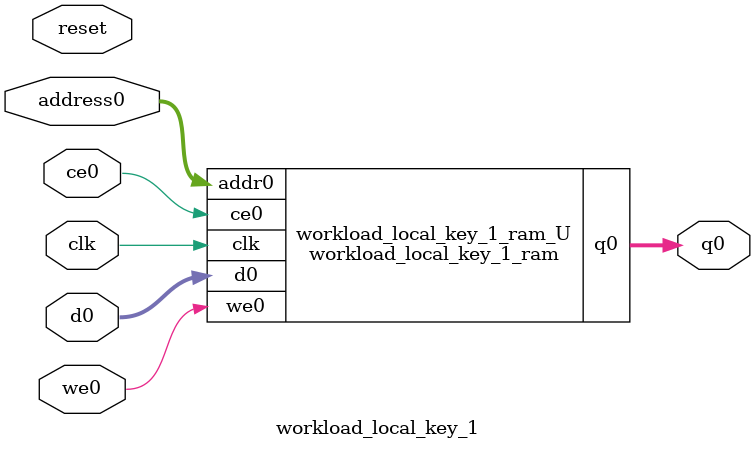
<source format=v>
`timescale 1 ns / 1 ps
module workload_local_key_1_ram (addr0, ce0, d0, we0, q0,  clk);

parameter DWIDTH = 8;
parameter AWIDTH = 5;
parameter MEM_SIZE = 32;

input[AWIDTH-1:0] addr0;
input ce0;
input[DWIDTH-1:0] d0;
input we0;
output reg[DWIDTH-1:0] q0;
input clk;

(* ram_style = "distributed" *)reg [DWIDTH-1:0] ram[0:MEM_SIZE-1];




always @(posedge clk)  
begin 
    if (ce0) 
    begin
        if (we0) 
        begin 
            ram[addr0] <= d0; 
        end 
        q0 <= ram[addr0];
    end
end


endmodule

`timescale 1 ns / 1 ps
module workload_local_key_1(
    reset,
    clk,
    address0,
    ce0,
    we0,
    d0,
    q0);

parameter DataWidth = 32'd8;
parameter AddressRange = 32'd32;
parameter AddressWidth = 32'd5;
input reset;
input clk;
input[AddressWidth - 1:0] address0;
input ce0;
input we0;
input[DataWidth - 1:0] d0;
output[DataWidth - 1:0] q0;



workload_local_key_1_ram workload_local_key_1_ram_U(
    .clk( clk ),
    .addr0( address0 ),
    .ce0( ce0 ),
    .we0( we0 ),
    .d0( d0 ),
    .q0( q0 ));

endmodule


</source>
